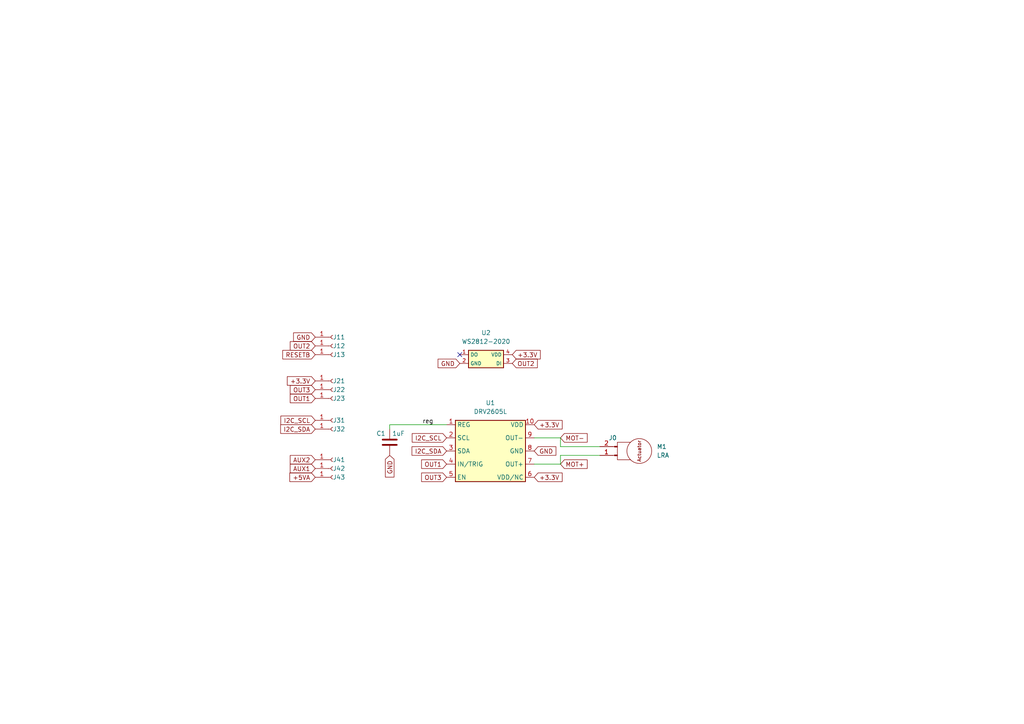
<source format=kicad_sch>
(kicad_sch (version 20230121) (generator eeschema)
  (paper "A4")
  (lib_symbols
    (symbol "Connector:Conn_01x01_Female" (pin_names (offset 1.016) hide)
      (property "Reference" "J" (at 0 2.54 0))
      (property "Value" "Conn_01x01_Female" (at 0 -2.54 0))
      (symbol "Conn_01x01_Female_1_1"
        (polyline (pts (xy -1.27 0) (xy -0.508 0)) (stroke (width 0.1524)))
        (arc (start 0 0.508) (mid -0.5058 0) (end 0 -0.508) (stroke (width 0.1524)))
        (pin passive line (at -5.08 0 0) (length 3.81) (name "Pin_1") (number "1"))
      )
    )
    (symbol "Connector:Conn_01x02_Male" (pin_names (offset 1.016) hide)
      (property "Reference" "J" (at 0 2.54 0))
      (property "Value" "Conn_01x02_Male" (at 0 -5.08 0))
      (symbol "Conn_01x02_Male_1_1"
        (polyline (pts (xy 1.27 -2.54) (xy 0.8636 -2.54)) (stroke (width 0.1524)))
        (polyline (pts (xy 1.27 0) (xy 0.8636 0)) (stroke (width 0.1524)))
        (rectangle (start 0.8636 -2.413) (end 0 -2.667) (stroke (width 0.1524)) (fill (type outline)))
        (rectangle (start 0.8636 0.127) (end 0 -0.127) (stroke (width 0.1524)) (fill (type outline)))
        (pin passive line (at 5.08 0 180) (length 3.81) (name "Pin_1") (number "1"))
        (pin passive line (at 5.08 -2.54 180) (length 3.81) (name "Pin_2") (number "2"))
      )
    )
    (symbol "Device:C" (pin_numbers hide) (pin_names (offset 0.254))
      (property "Reference" "C" (at 0.635 2.54 0))
      (property "Value" "C" (at 0.635 -2.54 0))
      (symbol "C_0_1"
        (polyline (pts (xy -2.032 -0.762) (xy 2.032 -0.762)) (stroke (width 0.508)))
        (polyline (pts (xy -2.032 0.762) (xy 2.032 0.762)) (stroke (width 0.508)))
      )
      (symbol "C_1_1"
        (pin passive line (at 0 3.81 270) (length 2.794) (name "~") (number "1"))
        (pin passive line (at 0 -3.81 90) (length 2.794) (name "~") (number "2"))
      )
    )
    (symbol "custom:Actuator" (pin_numbers hide) (pin_names (offset 0) hide)
      (property "Reference" "M" (at 0 5.08 0))
      (property "Value" "Actuator" (at 0 5.08 0))
      (symbol "Actuator_0_0"
        (text "Actuator" (at 0 0 0) (effects (font (size 1 1))))
      )
      (symbol "Actuator_0_1"
        (polyline (pts (xy -2.54 -2.54) (xy -2.54 -6.35) (xy 2.54 -6.35) (xy 2.54 -2.54)))
        (circle (center 0 0) (radius 3.5921))
      )
    )
    (symbol "custom:DRV2605L"
      (property "Reference" "U" (at 2.54 1.905 0))
      (property "Value" "DRV2605L" (at 7.62 3.81 0))
      (symbol "DRV2605L_0_1"
        (rectangle (start 2.54 1.27) (end 22.86 -16.51) (stroke (width 0.254)) (fill (type background)))
      )
      (symbol "DRV2605L_1_1"
        (pin passive line (at 0 0 0) (length 2.54) (name "REG") (number "1"))
        (pin power_in line (at 25.4 0 180) (length 2.54) (name "VDD") (number "10"))
        (pin input line (at 0 -3.81 0) (length 2.54) (name "SCL") (number "2"))
        (pin bidirectional line (at 0 -7.62 0) (length 2.54) (name "SDA") (number "3"))
        (pin input line (at 0 -11.43 0) (length 2.54) (name "IN/TRIG") (number "4"))
        (pin input line (at 0 -15.24 0) (length 2.54) (name "EN") (number "5"))
        (pin power_in line (at 25.4 -15.24 180) (length 2.54) (name "VDD/NC") (number "6"))
        (pin output line (at 25.4 -11.43 180) (length 2.54) (name "OUT+") (number "7"))
        (pin power_in line (at 25.4 -7.62 180) (length 2.54) (name "GND") (number "8"))
        (pin output line (at 25.4 -3.81 180) (length 2.54) (name "OUT-") (number "9"))
      )
    )
    (symbol "custom:WS2812-2020"
      (property "Reference" "U" (at 2.54 2.54 0))
      (property "Value" "WS2812-2020" (at 7.62 -5.08 0))
      (symbol "WS2812-2020_0_0"
        (rectangle (start 2.54 1.27) (end 12.7 -3.81) (stroke (width 0.254)) (fill (type background)))
      )
      (symbol "WS2812-2020_1_1"
        (pin input line (at 0 0 0) (length 2.54) (name "DO") (number "1"))
        (pin power_in line (at 0 -2.54 0) (length 2.54) (name "GND") (number "2"))
        (pin output line (at 15.24 -2.54 180) (length 2.54) (name "DI") (number "3"))
        (pin power_in line (at 15.24 0 180) (length 2.54) (name "VDD") (number "4"))
      )
    )
  )
  (no_connect (at 133.35 102.87))
  (wire (pts (xy 162.56 132.08) (xy 162.56 134.62)))
  (wire (pts (xy 113.03 123.19) (xy 113.03 124.46)))
  (wire (pts (xy 162.56 129.54) (xy 162.56 127)))
  (wire (pts (xy 129.54 123.19) (xy 113.03 123.19)))
  (wire (pts (xy 162.56 134.62) (xy 154.94 134.62)))
  (wire (pts (xy 173.99 132.08) (xy 162.56 132.08)))
  (wire (pts (xy 173.99 129.54) (xy 162.56 129.54)))
  (wire (pts (xy 162.56 127) (xy 154.94 127)))
  (label "reg" (at 125.73 123.19 180))
  (global_label "AUX2" (shape input) (at 91.44 133.35 180) (property "Intersheetrefs" "${INTERSHEET_REFS}" (effects hide)))
  (global_label "MOT-" (shape input) (at 162.56 127 0) (property "Intersheetrefs" "${INTERSHEET_REFS}" (effects hide)))
  (global_label "MOT+" (shape input) (at 162.56 134.62 0) (property "Intersheetrefs" "${INTERSHEET_REFS}" (effects hide)))
  (global_label "+5VA" (shape input) (at 91.44 138.43 180) (property "Intersheetrefs" "${INTERSHEET_REFS}" (effects hide)))
  (global_label "I2C_SCL" (shape input) (at 91.44 121.92 180) (property "Intersheetrefs" "${INTERSHEET_REFS}" (effects hide)))
  (global_label "I2C_SCL" (shape input) (at 129.54 127 180) (property "Intersheetrefs" "${INTERSHEET_REFS}" (effects hide)))
  (global_label "OUT1" (shape input) (at 129.54 134.62 180) (property "Intersheetrefs" "${INTERSHEET_REFS}" (effects hide)))
  (global_label "RESETB" (shape input) (at 91.44 102.87 180) (property "Intersheetrefs" "${INTERSHEET_REFS}" (effects hide)))
  (global_label "+3.3V" (shape input) (at 154.94 123.19 0) (property "Intersheetrefs" "${INTERSHEET_REFS}" (effects hide)))
  (global_label "OUT3" (shape input) (at 91.44 113.03 180) (property "Intersheetrefs" "${INTERSHEET_REFS}" (effects hide)))
  (global_label "OUT3" (shape input) (at 129.54 138.43 180) (property "Intersheetrefs" "${INTERSHEET_REFS}" (effects hide)))
  (global_label "OUT1" (shape input) (at 91.44 115.57 180) (property "Intersheetrefs" "${INTERSHEET_REFS}" (effects hide)))
  (global_label "I2C_SDA" (shape input) (at 91.44 124.46 180) (property "Intersheetrefs" "${INTERSHEET_REFS}" (effects hide)))
  (global_label "+3.3V" (shape input) (at 154.94 138.43 0) (property "Intersheetrefs" "${INTERSHEET_REFS}" (effects hide)))
  (global_label "OUT2" (shape input) (at 148.59 105.41 0) (property "Intersheetrefs" "${INTERSHEET_REFS}" (effects hide)))
  (global_label "+3.3V" (shape input) (at 148.59 102.87 0) (property "Intersheetrefs" "${INTERSHEET_REFS}" (effects hide)))
  (global_label "AUX1" (shape input) (at 91.44 135.89 180) (property "Intersheetrefs" "${INTERSHEET_REFS}" (effects hide)))
  (global_label "GND" (shape input) (at 154.94 130.81 0) (property "Intersheetrefs" "${INTERSHEET_REFS}" (effects hide)))
  (global_label "GND" (shape input) (at 133.35 105.41 180) (property "Intersheetrefs" "${INTERSHEET_REFS}" (effects hide)))
  (global_label "I2C_SDA" (shape input) (at 129.54 130.81 180) (property "Intersheetrefs" "${INTERSHEET_REFS}" (effects hide)))
  (global_label "GND" (shape input) (at 91.44 97.79 180) (property "Intersheetrefs" "${INTERSHEET_REFS}" (effects hide)))
  (global_label "OUT2" (shape input) (at 91.44 100.33 180) (property "Intersheetrefs" "${INTERSHEET_REFS}" (effects hide)))
  (global_label "+3.3V" (shape input) (at 91.44 110.49 180) (property "Intersheetrefs" "${INTERSHEET_REFS}" (effects hide)))
  (global_label "GND" (shape input) (at 113.03 132.08 270) (property "Intersheetrefs" "${INTERSHEET_REFS}" (effects hide)))
  (symbol (lib_id "Connector:Conn_01x01_Female") (at 96.52 135.89 0) (unit 1)
    (property "Reference" "J42" (at 96.52 135.89 0) (effects (justify left)))
    (property "Value" "Conn_01x01_Female" (effects hide))
    (property "Footprint" "00_Custom:Pin_D1.2mm_pogo" (effects hide))
  )
  (symbol (lib_id "custom:DRV2605L") (at 129.54 123.19 0) (unit 1)
    (property "Reference" "U1" (at 142.24 116.84 0))
    (property "Value" "DRV2605L" (at 142.24 119.38 0))
    (property "Footprint" "00_custom-footprints:DRV2605L-VSSOP" (effects hide))
    (property "Datasheet" "http://www.ti.com/lit/ds/symlink/drv2605l.pdf" (effects hide))
  )
  (symbol (lib_id "Connector:Conn_01x01_Female") (at 96.52 124.46 0) (unit 1)
    (property "Reference" "J32" (at 96.52 124.46 0) (effects (justify left)))
    (property "Value" "Conn_01x01_Female" (effects hide))
    (property "Footprint" "00_Custom:Pin_D1.2mm_pogo" (effects hide))
  )
  (symbol (lib_id "Connector:Conn_01x01_Female") (at 96.52 97.79 0) (unit 1)
    (property "Reference" "J11" (at 96.52 97.79 0) (effects (justify left)))
    (property "Value" "Conn_01x01_Female" (effects hide))
    (property "Footprint" "00_Custom:Pin_D1.2mm_pogo" (effects hide))
  )
  (symbol (lib_id "Device:C") (at 113.03 128.27 0) (mirror y) (unit 1)
    (property "Reference" "C1" (at 110.49 125.73 0))
    (property "Value" "1uF" (at 115.57 125.73 0))
    (property "Footprint" "Capacitor_SMD:C_0201_0603Metric" (effects hide))
  )
  (symbol (lib_id "Connector:Conn_01x01_Female") (at 96.52 110.49 0) (unit 1)
    (property "Reference" "J21" (at 96.52 110.49 0) (effects (justify left)))
    (property "Value" "Conn_01x01_Female" (effects hide))
    (property "Footprint" "00_Custom:Pin_D1.2mm_pogo" (effects hide))
  )
  (symbol (lib_id "Connector:Conn_01x01_Female") (at 96.52 121.92 0) (unit 1)
    (property "Reference" "J31" (at 96.52 121.92 0) (effects (justify left)))
    (property "Value" "Conn_01x01_Female" (effects hide))
    (property "Footprint" "00_Custom:Pin_D1.2mm_pogo" (effects hide))
  )
  (symbol (lib_id "Connector:Conn_01x02_Male") (at 179.07 132.08 180) (unit 1)
    (property "Reference" "J0" (at 176.53 127 0) (effects (justify right)))
    (property "Value" "Conn_01x02_Male" (effects hide))
    (property "Footprint" "Connector_PinHeader_1.00mm:PinHeader_1x02_P1.00mm_Vertical" (effects hide))
  )
  (symbol (lib_id "Connector:Conn_01x01_Female") (at 96.52 115.57 0) (unit 1)
    (property "Reference" "J23" (at 96.52 115.57 0) (effects (justify left)))
    (property "Value" "Conn_01x01_Female" (effects hide))
    (property "Footprint" "00_Custom:Pin_D1.2mm_pogo" (effects hide))
  )
  (symbol (lib_id "Connector:Conn_01x01_Female") (at 96.52 133.35 0) (unit 1)
    (property "Reference" "J41" (at 96.52 133.35 0) (effects (justify left)))
    (property "Value" "Conn_01x01_Female" (effects hide))
    (property "Footprint" "00_Custom:Pin_D1.2mm_pogo" (effects hide))
  )
  (symbol (lib_id "custom:WS2812-2020") (at 133.35 102.87 0) (unit 1)
    (property "Reference" "U2" (at 140.97 96.52 0))
    (property "Value" "WS2812-2020" (at 140.97 99.06 0))
    (property "Footprint" "00_custom-footprints:WS2812-2020" (effects hide))
  )
  (symbol (lib_id "custom:Actuator") (at 185.42 130.81 270) (unit 1)
    (property "Reference" "M1" (at 190.5 129.5399 90) (effects (justify left)))
    (property "Value" "LRA" (at 190.5 132.0799 90) (effects (justify left)))
    (property "Footprint" "00_custom-footprints:LRA0832BE03L15" (effects hide))
  )
  (symbol (lib_id "Connector:Conn_01x01_Female") (at 96.52 138.43 0) (unit 1)
    (property "Reference" "J43" (at 96.52 138.43 0) (effects (justify left)))
    (property "Value" "Conn_01x01_Female" (effects hide))
    (property "Footprint" "00_Custom:Pin_D1.2mm_pogo" (effects hide))
  )
  (symbol (lib_id "Connector:Conn_01x01_Female") (at 96.52 100.33 0) (unit 1)
    (property "Reference" "J12" (at 96.52 100.33 0) (effects (justify left)))
    (property "Value" "Conn_01x01_Female" (effects hide))
    (property "Footprint" "00_Custom:Pin_D1.2mm_pogo" (effects hide))
  )
  (symbol (lib_id "Connector:Conn_01x01_Female") (at 96.52 102.87 0) (unit 1)
    (property "Reference" "J13" (at 96.52 102.87 0) (effects (justify left)))
    (property "Value" "Conn_01x01_Female" (effects hide))
    (property "Footprint" "00_Custom:Pin_D1.2mm_pogo" (effects hide))
  )
  (symbol (lib_id "Connector:Conn_01x01_Female") (at 96.52 113.03 0) (unit 1)
    (property "Reference" "J22" (at 96.52 113.03 0) (effects (justify left)))
    (property "Value" "Conn_01x01_Female" (effects hide))
    (property "Footprint" "00_Custom:Pin_D1.2mm_pogo" (effects hide))
  )
)
</source>
